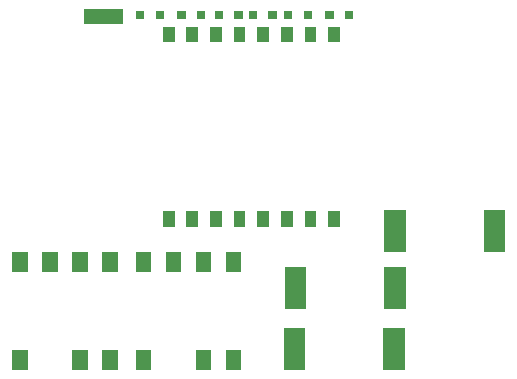
<source format=gbr>
%FSLAX32Y32*%
%MOMM*%
%LNSMD_Maske2*%
G71*
G01*
%LPD*%
G36*
X5898Y5136D02*
X6078Y5136D01*
X6078Y4781D01*
X5898Y4781D01*
X5898Y5136D01*
G37*
G36*
X6738Y5135D02*
X6918Y5135D01*
X6918Y4780D01*
X6738Y4780D01*
X6738Y5135D01*
G37*
G36*
X6263Y5606D02*
X6363Y5606D01*
X6363Y5476D01*
X6263Y5476D01*
X6263Y5606D01*
G37*
G36*
X6063Y5606D02*
X6163Y5606D01*
X6163Y5476D01*
X6063Y5476D01*
X6063Y5606D01*
G37*
G36*
X5863Y5606D02*
X5963Y5606D01*
X5963Y5476D01*
X5863Y5476D01*
X5863Y5606D01*
G37*
G36*
X5663Y5606D02*
X5763Y5606D01*
X5763Y5476D01*
X5663Y5476D01*
X5663Y5606D01*
G37*
G36*
X5463Y5606D02*
X5563Y5606D01*
X5563Y5476D01*
X5463Y5476D01*
X5463Y5606D01*
G37*
G36*
X5263Y5606D02*
X5363Y5606D01*
X5363Y5476D01*
X5263Y5476D01*
X5263Y5606D01*
G37*
G36*
X5063Y5606D02*
X5163Y5606D01*
X5163Y5476D01*
X5063Y5476D01*
X5063Y5606D01*
G37*
G36*
X4863Y5606D02*
X4963Y5606D01*
X4963Y5476D01*
X4863Y5476D01*
X4863Y5606D01*
G37*
G36*
X6263Y7169D02*
X6363Y7169D01*
X6363Y7039D01*
X6263Y7039D01*
X6263Y7169D01*
G37*
G36*
X6063Y7169D02*
X6163Y7169D01*
X6163Y7039D01*
X6063Y7039D01*
X6063Y7169D01*
G37*
G36*
X5863Y7169D02*
X5963Y7169D01*
X5963Y7039D01*
X5863Y7039D01*
X5863Y7169D01*
G37*
G36*
X5663Y7169D02*
X5763Y7169D01*
X5763Y7039D01*
X5663Y7039D01*
X5663Y7169D01*
G37*
G36*
X5463Y7169D02*
X5563Y7169D01*
X5563Y7039D01*
X5463Y7039D01*
X5463Y7169D01*
G37*
G36*
X5263Y7169D02*
X5363Y7169D01*
X5363Y7039D01*
X5263Y7039D01*
X5263Y7169D01*
G37*
G36*
X5063Y7169D02*
X5163Y7169D01*
X5163Y7039D01*
X5063Y7039D01*
X5063Y7169D01*
G37*
G36*
X4863Y7169D02*
X4963Y7169D01*
X4963Y7039D01*
X4863Y7039D01*
X4863Y7169D01*
G37*
G36*
X6477Y7236D02*
X6407Y7236D01*
X6407Y7306D01*
X6477Y7306D01*
X6477Y7236D01*
G37*
G36*
X6310Y7235D02*
X6240Y7235D01*
X6240Y7305D01*
X6310Y7305D01*
X6310Y7235D01*
G37*
G36*
X4874Y7236D02*
X4804Y7236D01*
X4804Y7306D01*
X4874Y7306D01*
X4874Y7236D01*
G37*
G36*
X4707Y7235D02*
X4637Y7235D01*
X4637Y7305D01*
X4707Y7305D01*
X4707Y7235D01*
G37*
G36*
X5826Y7236D02*
X5756Y7236D01*
X5756Y7306D01*
X5826Y7306D01*
X5826Y7236D01*
G37*
G36*
X5659Y7235D02*
X5589Y7235D01*
X5589Y7305D01*
X5659Y7305D01*
X5659Y7235D01*
G37*
G36*
X5540Y7236D02*
X5470Y7236D01*
X5470Y7306D01*
X5540Y7306D01*
X5540Y7236D01*
G37*
G36*
X5373Y7235D02*
X5303Y7235D01*
X5303Y7305D01*
X5373Y7305D01*
X5373Y7235D01*
G37*
G36*
X5223Y7236D02*
X5153Y7236D01*
X5153Y7306D01*
X5223Y7306D01*
X5223Y7236D01*
G37*
G36*
X5056Y7235D02*
X4986Y7235D01*
X4986Y7305D01*
X5056Y7305D01*
X5056Y7235D01*
G37*
G36*
X4530Y7319D02*
X4530Y7189D01*
X4200Y7189D01*
X4200Y7319D01*
X4530Y7319D01*
G37*
G36*
X4637Y5266D02*
X4767Y5266D01*
X4767Y5096D01*
X4637Y5096D01*
X4637Y5266D01*
G37*
G36*
X4891Y5266D02*
X5021Y5266D01*
X5021Y5096D01*
X4891Y5096D01*
X4891Y5266D01*
G37*
G36*
X5145Y5266D02*
X5275Y5266D01*
X5275Y5096D01*
X5145Y5096D01*
X5145Y5266D01*
G37*
G36*
X5399Y5266D02*
X5529Y5266D01*
X5529Y5096D01*
X5399Y5096D01*
X5399Y5266D01*
G37*
G36*
X4637Y4433D02*
X4767Y4433D01*
X4767Y4263D01*
X4637Y4263D01*
X4637Y4433D01*
G37*
G36*
X5145Y4433D02*
X5275Y4433D01*
X5275Y4263D01*
X5145Y4263D01*
X5145Y4433D01*
G37*
G36*
X5399Y4433D02*
X5529Y4433D01*
X5529Y4263D01*
X5399Y4263D01*
X5399Y4433D01*
G37*
G36*
X3589Y5266D02*
X3719Y5266D01*
X3719Y5096D01*
X3589Y5096D01*
X3589Y5266D01*
G37*
G36*
X3843Y5266D02*
X3973Y5266D01*
X3973Y5096D01*
X3843Y5096D01*
X3843Y5266D01*
G37*
G36*
X4097Y5266D02*
X4227Y5266D01*
X4227Y5096D01*
X4097Y5096D01*
X4097Y5266D01*
G37*
G36*
X4351Y5266D02*
X4481Y5266D01*
X4481Y5096D01*
X4351Y5096D01*
X4351Y5266D01*
G37*
G36*
X3589Y4433D02*
X3719Y4433D01*
X3719Y4263D01*
X3589Y4263D01*
X3589Y4433D01*
G37*
G36*
X4097Y4433D02*
X4227Y4433D01*
X4227Y4263D01*
X4097Y4263D01*
X4097Y4433D01*
G37*
G36*
X4351Y4433D02*
X4481Y4433D01*
X4481Y4263D01*
X4351Y4263D01*
X4351Y4433D01*
G37*
G36*
X5890Y4620D02*
X6070Y4620D01*
X6070Y4265D01*
X5890Y4265D01*
X5890Y4620D01*
G37*
G36*
X6730Y4619D02*
X6910Y4619D01*
X6910Y4264D01*
X6730Y4264D01*
X6730Y4619D01*
G37*
G36*
X6739Y5620D02*
X6919Y5620D01*
X6919Y5265D01*
X6739Y5265D01*
X6739Y5620D01*
G37*
G36*
X7580Y5619D02*
X7760Y5619D01*
X7760Y5264D01*
X7580Y5264D01*
X7580Y5619D01*
G37*
G36*
X6128Y7236D02*
X6058Y7236D01*
X6058Y7306D01*
X6128Y7306D01*
X6128Y7236D01*
G37*
G36*
X5961Y7235D02*
X5891Y7235D01*
X5891Y7305D01*
X5961Y7305D01*
X5961Y7235D01*
G37*
M02*

</source>
